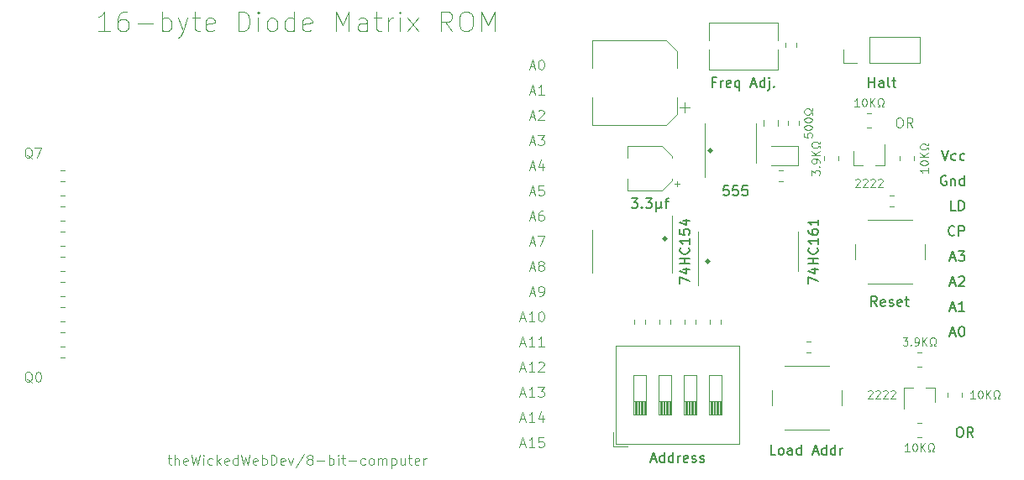
<source format=gbr>
%TF.GenerationSoftware,KiCad,Pcbnew,(5.1.10-1-10_14)*%
%TF.CreationDate,2021-11-01T23:58:36-04:00*%
%TF.ProjectId,DIODE-prototype-board,44494f44-452d-4707-926f-746f74797065,rev?*%
%TF.SameCoordinates,Original*%
%TF.FileFunction,Legend,Top*%
%TF.FilePolarity,Positive*%
%FSLAX46Y46*%
G04 Gerber Fmt 4.6, Leading zero omitted, Abs format (unit mm)*
G04 Created by KiCad (PCBNEW (5.1.10-1-10_14)) date 2021-11-01 23:58:36*
%MOMM*%
%LPD*%
G01*
G04 APERTURE LIST*
%ADD10C,0.150000*%
%ADD11C,0.300000*%
%ADD12C,0.100000*%
%ADD13C,0.120000*%
G04 APERTURE END LIST*
D10*
X159319452Y-158408666D02*
X159795642Y-158408666D01*
X159224214Y-158694380D02*
X159557547Y-157694380D01*
X159890880Y-158694380D01*
X160414690Y-157694380D02*
X160509928Y-157694380D01*
X160605166Y-157742000D01*
X160652785Y-157789619D01*
X160700404Y-157884857D01*
X160748023Y-158075333D01*
X160748023Y-158313428D01*
X160700404Y-158503904D01*
X160652785Y-158599142D01*
X160605166Y-158646761D01*
X160509928Y-158694380D01*
X160414690Y-158694380D01*
X160319452Y-158646761D01*
X160271833Y-158599142D01*
X160224214Y-158503904D01*
X160176595Y-158313428D01*
X160176595Y-158075333D01*
X160224214Y-157884857D01*
X160271833Y-157789619D01*
X160319452Y-157742000D01*
X160414690Y-157694380D01*
X159319452Y-155868666D02*
X159795642Y-155868666D01*
X159224214Y-156154380D02*
X159557547Y-155154380D01*
X159890880Y-156154380D01*
X160748023Y-156154380D02*
X160176595Y-156154380D01*
X160462309Y-156154380D02*
X160462309Y-155154380D01*
X160367071Y-155297238D01*
X160271833Y-155392476D01*
X160176595Y-155440095D01*
X159319452Y-153328666D02*
X159795642Y-153328666D01*
X159224214Y-153614380D02*
X159557547Y-152614380D01*
X159890880Y-153614380D01*
X160176595Y-152709619D02*
X160224214Y-152662000D01*
X160319452Y-152614380D01*
X160557547Y-152614380D01*
X160652785Y-152662000D01*
X160700404Y-152709619D01*
X160748023Y-152804857D01*
X160748023Y-152900095D01*
X160700404Y-153042952D01*
X160128976Y-153614380D01*
X160748023Y-153614380D01*
X159319452Y-150788666D02*
X159795642Y-150788666D01*
X159224214Y-151074380D02*
X159557547Y-150074380D01*
X159890880Y-151074380D01*
X160128976Y-150074380D02*
X160748023Y-150074380D01*
X160414690Y-150455333D01*
X160557547Y-150455333D01*
X160652785Y-150502952D01*
X160700404Y-150550571D01*
X160748023Y-150645809D01*
X160748023Y-150883904D01*
X160700404Y-150979142D01*
X160652785Y-151026761D01*
X160557547Y-151074380D01*
X160271833Y-151074380D01*
X160176595Y-151026761D01*
X160128976Y-150979142D01*
X159748023Y-148439142D02*
X159700404Y-148486761D01*
X159557547Y-148534380D01*
X159462309Y-148534380D01*
X159319452Y-148486761D01*
X159224214Y-148391523D01*
X159176595Y-148296285D01*
X159128976Y-148105809D01*
X159128976Y-147962952D01*
X159176595Y-147772476D01*
X159224214Y-147677238D01*
X159319452Y-147582000D01*
X159462309Y-147534380D01*
X159557547Y-147534380D01*
X159700404Y-147582000D01*
X159748023Y-147629619D01*
X160176595Y-148534380D02*
X160176595Y-147534380D01*
X160557547Y-147534380D01*
X160652785Y-147582000D01*
X160700404Y-147629619D01*
X160748023Y-147724857D01*
X160748023Y-147867714D01*
X160700404Y-147962952D01*
X160652785Y-148010571D01*
X160557547Y-148058190D01*
X160176595Y-148058190D01*
X159843261Y-145994380D02*
X159367071Y-145994380D01*
X159367071Y-144994380D01*
X160176595Y-145994380D02*
X160176595Y-144994380D01*
X160414690Y-144994380D01*
X160557547Y-145042000D01*
X160652785Y-145137238D01*
X160700404Y-145232476D01*
X160748023Y-145422952D01*
X160748023Y-145565809D01*
X160700404Y-145756285D01*
X160652785Y-145851523D01*
X160557547Y-145946761D01*
X160414690Y-145994380D01*
X160176595Y-145994380D01*
X158890880Y-142502000D02*
X158795642Y-142454380D01*
X158652785Y-142454380D01*
X158509928Y-142502000D01*
X158414690Y-142597238D01*
X158367071Y-142692476D01*
X158319452Y-142882952D01*
X158319452Y-143025809D01*
X158367071Y-143216285D01*
X158414690Y-143311523D01*
X158509928Y-143406761D01*
X158652785Y-143454380D01*
X158748023Y-143454380D01*
X158890880Y-143406761D01*
X158938500Y-143359142D01*
X158938500Y-143025809D01*
X158748023Y-143025809D01*
X159367071Y-142787714D02*
X159367071Y-143454380D01*
X159367071Y-142882952D02*
X159414690Y-142835333D01*
X159509928Y-142787714D01*
X159652785Y-142787714D01*
X159748023Y-142835333D01*
X159795642Y-142930571D01*
X159795642Y-143454380D01*
X160700404Y-143454380D02*
X160700404Y-142454380D01*
X160700404Y-143406761D02*
X160605166Y-143454380D01*
X160414690Y-143454380D01*
X160319452Y-143406761D01*
X160271833Y-143359142D01*
X160224214Y-143263904D01*
X160224214Y-142978190D01*
X160271833Y-142882952D01*
X160319452Y-142835333D01*
X160414690Y-142787714D01*
X160605166Y-142787714D01*
X160700404Y-142835333D01*
X158462309Y-139914380D02*
X158795642Y-140914380D01*
X159128976Y-139914380D01*
X159890880Y-140866761D02*
X159795642Y-140914380D01*
X159605166Y-140914380D01*
X159509928Y-140866761D01*
X159462309Y-140819142D01*
X159414690Y-140723904D01*
X159414690Y-140438190D01*
X159462309Y-140342952D01*
X159509928Y-140295333D01*
X159605166Y-140247714D01*
X159795642Y-140247714D01*
X159890880Y-140295333D01*
X160748023Y-140866761D02*
X160652785Y-140914380D01*
X160462309Y-140914380D01*
X160367071Y-140866761D01*
X160319452Y-140819142D01*
X160271833Y-140723904D01*
X160271833Y-140438190D01*
X160319452Y-140342952D01*
X160367071Y-140295333D01*
X160462309Y-140247714D01*
X160652785Y-140247714D01*
X160748023Y-140295333D01*
D11*
X135228000Y-139954000D02*
G75*
G03*
X135228000Y-139954000I-100000J0D01*
G01*
X134974000Y-151130000D02*
G75*
G03*
X134974000Y-151130000I-100000J0D01*
G01*
X130656000Y-148844000D02*
G75*
G03*
X130656000Y-148844000I-100000J0D01*
G01*
D12*
X80424380Y-170981714D02*
X80805333Y-170981714D01*
X80567238Y-170648380D02*
X80567238Y-171505523D01*
X80614857Y-171600761D01*
X80710095Y-171648380D01*
X80805333Y-171648380D01*
X81138666Y-171648380D02*
X81138666Y-170648380D01*
X81567238Y-171648380D02*
X81567238Y-171124571D01*
X81519619Y-171029333D01*
X81424380Y-170981714D01*
X81281523Y-170981714D01*
X81186285Y-171029333D01*
X81138666Y-171076952D01*
X82424380Y-171600761D02*
X82329142Y-171648380D01*
X82138666Y-171648380D01*
X82043428Y-171600761D01*
X81995809Y-171505523D01*
X81995809Y-171124571D01*
X82043428Y-171029333D01*
X82138666Y-170981714D01*
X82329142Y-170981714D01*
X82424380Y-171029333D01*
X82472000Y-171124571D01*
X82472000Y-171219809D01*
X81995809Y-171315047D01*
X82805333Y-170648380D02*
X83043428Y-171648380D01*
X83233904Y-170934095D01*
X83424380Y-171648380D01*
X83662476Y-170648380D01*
X84043428Y-171648380D02*
X84043428Y-170981714D01*
X84043428Y-170648380D02*
X83995809Y-170696000D01*
X84043428Y-170743619D01*
X84091047Y-170696000D01*
X84043428Y-170648380D01*
X84043428Y-170743619D01*
X84948190Y-171600761D02*
X84852952Y-171648380D01*
X84662476Y-171648380D01*
X84567238Y-171600761D01*
X84519619Y-171553142D01*
X84472000Y-171457904D01*
X84472000Y-171172190D01*
X84519619Y-171076952D01*
X84567238Y-171029333D01*
X84662476Y-170981714D01*
X84852952Y-170981714D01*
X84948190Y-171029333D01*
X85376761Y-171648380D02*
X85376761Y-170648380D01*
X85472000Y-171267428D02*
X85757714Y-171648380D01*
X85757714Y-170981714D02*
X85376761Y-171362666D01*
X86567238Y-171600761D02*
X86472000Y-171648380D01*
X86281523Y-171648380D01*
X86186285Y-171600761D01*
X86138666Y-171505523D01*
X86138666Y-171124571D01*
X86186285Y-171029333D01*
X86281523Y-170981714D01*
X86472000Y-170981714D01*
X86567238Y-171029333D01*
X86614857Y-171124571D01*
X86614857Y-171219809D01*
X86138666Y-171315047D01*
X87472000Y-171648380D02*
X87472000Y-170648380D01*
X87472000Y-171600761D02*
X87376761Y-171648380D01*
X87186285Y-171648380D01*
X87091047Y-171600761D01*
X87043428Y-171553142D01*
X86995809Y-171457904D01*
X86995809Y-171172190D01*
X87043428Y-171076952D01*
X87091047Y-171029333D01*
X87186285Y-170981714D01*
X87376761Y-170981714D01*
X87472000Y-171029333D01*
X87852952Y-170648380D02*
X88091047Y-171648380D01*
X88281523Y-170934095D01*
X88472000Y-171648380D01*
X88710095Y-170648380D01*
X89472000Y-171600761D02*
X89376761Y-171648380D01*
X89186285Y-171648380D01*
X89091047Y-171600761D01*
X89043428Y-171505523D01*
X89043428Y-171124571D01*
X89091047Y-171029333D01*
X89186285Y-170981714D01*
X89376761Y-170981714D01*
X89472000Y-171029333D01*
X89519619Y-171124571D01*
X89519619Y-171219809D01*
X89043428Y-171315047D01*
X89948190Y-171648380D02*
X89948190Y-170648380D01*
X89948190Y-171029333D02*
X90043428Y-170981714D01*
X90233904Y-170981714D01*
X90329142Y-171029333D01*
X90376761Y-171076952D01*
X90424380Y-171172190D01*
X90424380Y-171457904D01*
X90376761Y-171553142D01*
X90329142Y-171600761D01*
X90233904Y-171648380D01*
X90043428Y-171648380D01*
X89948190Y-171600761D01*
X90852952Y-171648380D02*
X90852952Y-170648380D01*
X91091047Y-170648380D01*
X91233904Y-170696000D01*
X91329142Y-170791238D01*
X91376761Y-170886476D01*
X91424380Y-171076952D01*
X91424380Y-171219809D01*
X91376761Y-171410285D01*
X91329142Y-171505523D01*
X91233904Y-171600761D01*
X91091047Y-171648380D01*
X90852952Y-171648380D01*
X92233904Y-171600761D02*
X92138666Y-171648380D01*
X91948190Y-171648380D01*
X91852952Y-171600761D01*
X91805333Y-171505523D01*
X91805333Y-171124571D01*
X91852952Y-171029333D01*
X91948190Y-170981714D01*
X92138666Y-170981714D01*
X92233904Y-171029333D01*
X92281523Y-171124571D01*
X92281523Y-171219809D01*
X91805333Y-171315047D01*
X92614857Y-170981714D02*
X92852952Y-171648380D01*
X93091047Y-170981714D01*
X94186285Y-170600761D02*
X93329142Y-171886476D01*
X94662476Y-171076952D02*
X94567238Y-171029333D01*
X94519619Y-170981714D01*
X94471999Y-170886476D01*
X94471999Y-170838857D01*
X94519619Y-170743619D01*
X94567238Y-170696000D01*
X94662476Y-170648380D01*
X94852952Y-170648380D01*
X94948190Y-170696000D01*
X94995809Y-170743619D01*
X95043428Y-170838857D01*
X95043428Y-170886476D01*
X94995809Y-170981714D01*
X94948190Y-171029333D01*
X94852952Y-171076952D01*
X94662476Y-171076952D01*
X94567238Y-171124571D01*
X94519619Y-171172190D01*
X94471999Y-171267428D01*
X94471999Y-171457904D01*
X94519619Y-171553142D01*
X94567238Y-171600761D01*
X94662476Y-171648380D01*
X94852952Y-171648380D01*
X94948190Y-171600761D01*
X94995809Y-171553142D01*
X95043428Y-171457904D01*
X95043428Y-171267428D01*
X94995809Y-171172190D01*
X94948190Y-171124571D01*
X94852952Y-171076952D01*
X95471999Y-171267428D02*
X96233904Y-171267428D01*
X96710095Y-171648380D02*
X96710095Y-170648380D01*
X96710095Y-171029333D02*
X96805333Y-170981714D01*
X96995809Y-170981714D01*
X97091047Y-171029333D01*
X97138666Y-171076952D01*
X97186285Y-171172190D01*
X97186285Y-171457904D01*
X97138666Y-171553142D01*
X97091047Y-171600761D01*
X96995809Y-171648380D01*
X96805333Y-171648380D01*
X96710095Y-171600761D01*
X97614857Y-171648380D02*
X97614857Y-170981714D01*
X97614857Y-170648380D02*
X97567238Y-170696000D01*
X97614857Y-170743619D01*
X97662476Y-170696000D01*
X97614857Y-170648380D01*
X97614857Y-170743619D01*
X97948190Y-170981714D02*
X98329142Y-170981714D01*
X98091047Y-170648380D02*
X98091047Y-171505523D01*
X98138666Y-171600761D01*
X98233904Y-171648380D01*
X98329142Y-171648380D01*
X98662476Y-171267428D02*
X99424380Y-171267428D01*
X100329142Y-171600761D02*
X100233904Y-171648380D01*
X100043428Y-171648380D01*
X99948190Y-171600761D01*
X99900571Y-171553142D01*
X99852952Y-171457904D01*
X99852952Y-171172190D01*
X99900571Y-171076952D01*
X99948190Y-171029333D01*
X100043428Y-170981714D01*
X100233904Y-170981714D01*
X100329142Y-171029333D01*
X100900571Y-171648380D02*
X100805333Y-171600761D01*
X100757714Y-171553142D01*
X100710095Y-171457904D01*
X100710095Y-171172190D01*
X100757714Y-171076952D01*
X100805333Y-171029333D01*
X100900571Y-170981714D01*
X101043428Y-170981714D01*
X101138666Y-171029333D01*
X101186285Y-171076952D01*
X101233904Y-171172190D01*
X101233904Y-171457904D01*
X101186285Y-171553142D01*
X101138666Y-171600761D01*
X101043428Y-171648380D01*
X100900571Y-171648380D01*
X101662476Y-171648380D02*
X101662476Y-170981714D01*
X101662476Y-171076952D02*
X101710095Y-171029333D01*
X101805333Y-170981714D01*
X101948190Y-170981714D01*
X102043428Y-171029333D01*
X102091047Y-171124571D01*
X102091047Y-171648380D01*
X102091047Y-171124571D02*
X102138666Y-171029333D01*
X102233904Y-170981714D01*
X102376761Y-170981714D01*
X102471999Y-171029333D01*
X102519619Y-171124571D01*
X102519619Y-171648380D01*
X102995809Y-170981714D02*
X102995809Y-171981714D01*
X102995809Y-171029333D02*
X103091047Y-170981714D01*
X103281523Y-170981714D01*
X103376761Y-171029333D01*
X103424380Y-171076952D01*
X103471999Y-171172190D01*
X103471999Y-171457904D01*
X103424380Y-171553142D01*
X103376761Y-171600761D01*
X103281523Y-171648380D01*
X103091047Y-171648380D01*
X102995809Y-171600761D01*
X104329142Y-170981714D02*
X104329142Y-171648380D01*
X103900571Y-170981714D02*
X103900571Y-171505523D01*
X103948190Y-171600761D01*
X104043428Y-171648380D01*
X104186285Y-171648380D01*
X104281523Y-171600761D01*
X104329142Y-171553142D01*
X104662476Y-170981714D02*
X105043428Y-170981714D01*
X104805333Y-170648380D02*
X104805333Y-171505523D01*
X104852952Y-171600761D01*
X104948190Y-171648380D01*
X105043428Y-171648380D01*
X105757714Y-171600761D02*
X105662476Y-171648380D01*
X105471999Y-171648380D01*
X105376761Y-171600761D01*
X105329142Y-171505523D01*
X105329142Y-171124571D01*
X105376761Y-171029333D01*
X105471999Y-170981714D01*
X105662476Y-170981714D01*
X105757714Y-171029333D01*
X105805333Y-171124571D01*
X105805333Y-171219809D01*
X105329142Y-171315047D01*
X106233904Y-171648380D02*
X106233904Y-170981714D01*
X106233904Y-171172190D02*
X106281523Y-171076952D01*
X106329142Y-171029333D01*
X106424380Y-170981714D01*
X106519619Y-170981714D01*
X74614857Y-127904761D02*
X73472000Y-127904761D01*
X74043428Y-127904761D02*
X74043428Y-125904761D01*
X73852952Y-126190476D01*
X73662476Y-126380952D01*
X73472000Y-126476190D01*
X76329142Y-125904761D02*
X75948190Y-125904761D01*
X75757714Y-126000000D01*
X75662476Y-126095238D01*
X75472000Y-126380952D01*
X75376761Y-126761904D01*
X75376761Y-127523809D01*
X75472000Y-127714285D01*
X75567238Y-127809523D01*
X75757714Y-127904761D01*
X76138666Y-127904761D01*
X76329142Y-127809523D01*
X76424380Y-127714285D01*
X76519619Y-127523809D01*
X76519619Y-127047619D01*
X76424380Y-126857142D01*
X76329142Y-126761904D01*
X76138666Y-126666666D01*
X75757714Y-126666666D01*
X75567238Y-126761904D01*
X75472000Y-126857142D01*
X75376761Y-127047619D01*
X77376761Y-127142857D02*
X78900571Y-127142857D01*
X79852952Y-127904761D02*
X79852952Y-125904761D01*
X79852952Y-126666666D02*
X80043428Y-126571428D01*
X80424380Y-126571428D01*
X80614857Y-126666666D01*
X80710095Y-126761904D01*
X80805333Y-126952380D01*
X80805333Y-127523809D01*
X80710095Y-127714285D01*
X80614857Y-127809523D01*
X80424380Y-127904761D01*
X80043428Y-127904761D01*
X79852952Y-127809523D01*
X81472000Y-126571428D02*
X81948190Y-127904761D01*
X82424380Y-126571428D02*
X81948190Y-127904761D01*
X81757714Y-128380952D01*
X81662476Y-128476190D01*
X81472000Y-128571428D01*
X82900571Y-126571428D02*
X83662476Y-126571428D01*
X83186285Y-125904761D02*
X83186285Y-127619047D01*
X83281523Y-127809523D01*
X83472000Y-127904761D01*
X83662476Y-127904761D01*
X85091047Y-127809523D02*
X84900571Y-127904761D01*
X84519619Y-127904761D01*
X84329142Y-127809523D01*
X84233904Y-127619047D01*
X84233904Y-126857142D01*
X84329142Y-126666666D01*
X84519619Y-126571428D01*
X84900571Y-126571428D01*
X85091047Y-126666666D01*
X85186285Y-126857142D01*
X85186285Y-127047619D01*
X84233904Y-127238095D01*
X87567238Y-127904761D02*
X87567238Y-125904761D01*
X88043428Y-125904761D01*
X88329142Y-126000000D01*
X88519619Y-126190476D01*
X88614857Y-126380952D01*
X88710095Y-126761904D01*
X88710095Y-127047619D01*
X88614857Y-127428571D01*
X88519619Y-127619047D01*
X88329142Y-127809523D01*
X88043428Y-127904761D01*
X87567238Y-127904761D01*
X89567238Y-127904761D02*
X89567238Y-126571428D01*
X89567238Y-125904761D02*
X89472000Y-126000000D01*
X89567238Y-126095238D01*
X89662476Y-126000000D01*
X89567238Y-125904761D01*
X89567238Y-126095238D01*
X90805333Y-127904761D02*
X90614857Y-127809523D01*
X90519619Y-127714285D01*
X90424380Y-127523809D01*
X90424380Y-126952380D01*
X90519619Y-126761904D01*
X90614857Y-126666666D01*
X90805333Y-126571428D01*
X91091047Y-126571428D01*
X91281523Y-126666666D01*
X91376761Y-126761904D01*
X91472000Y-126952380D01*
X91472000Y-127523809D01*
X91376761Y-127714285D01*
X91281523Y-127809523D01*
X91091047Y-127904761D01*
X90805333Y-127904761D01*
X93186285Y-127904761D02*
X93186285Y-125904761D01*
X93186285Y-127809523D02*
X92995809Y-127904761D01*
X92614857Y-127904761D01*
X92424380Y-127809523D01*
X92329142Y-127714285D01*
X92233904Y-127523809D01*
X92233904Y-126952380D01*
X92329142Y-126761904D01*
X92424380Y-126666666D01*
X92614857Y-126571428D01*
X92995809Y-126571428D01*
X93186285Y-126666666D01*
X94900571Y-127809523D02*
X94710095Y-127904761D01*
X94329142Y-127904761D01*
X94138666Y-127809523D01*
X94043428Y-127619047D01*
X94043428Y-126857142D01*
X94138666Y-126666666D01*
X94329142Y-126571428D01*
X94710095Y-126571428D01*
X94900571Y-126666666D01*
X94995809Y-126857142D01*
X94995809Y-127047619D01*
X94043428Y-127238095D01*
X97376761Y-127904761D02*
X97376761Y-125904761D01*
X98043428Y-127333333D01*
X98710095Y-125904761D01*
X98710095Y-127904761D01*
X100519619Y-127904761D02*
X100519619Y-126857142D01*
X100424380Y-126666666D01*
X100233904Y-126571428D01*
X99852952Y-126571428D01*
X99662476Y-126666666D01*
X100519619Y-127809523D02*
X100329142Y-127904761D01*
X99852952Y-127904761D01*
X99662476Y-127809523D01*
X99567238Y-127619047D01*
X99567238Y-127428571D01*
X99662476Y-127238095D01*
X99852952Y-127142857D01*
X100329142Y-127142857D01*
X100519619Y-127047619D01*
X101186285Y-126571428D02*
X101948190Y-126571428D01*
X101471999Y-125904761D02*
X101471999Y-127619047D01*
X101567238Y-127809523D01*
X101757714Y-127904761D01*
X101948190Y-127904761D01*
X102614857Y-127904761D02*
X102614857Y-126571428D01*
X102614857Y-126952380D02*
X102710095Y-126761904D01*
X102805333Y-126666666D01*
X102995809Y-126571428D01*
X103186285Y-126571428D01*
X103852952Y-127904761D02*
X103852952Y-126571428D01*
X103852952Y-125904761D02*
X103757714Y-126000000D01*
X103852952Y-126095238D01*
X103948190Y-126000000D01*
X103852952Y-125904761D01*
X103852952Y-126095238D01*
X104614857Y-127904761D02*
X105662476Y-126571428D01*
X104614857Y-126571428D02*
X105662476Y-127904761D01*
X109091047Y-127904761D02*
X108424380Y-126952380D01*
X107948190Y-127904761D02*
X107948190Y-125904761D01*
X108710095Y-125904761D01*
X108900571Y-126000000D01*
X108995809Y-126095238D01*
X109091047Y-126285714D01*
X109091047Y-126571428D01*
X108995809Y-126761904D01*
X108900571Y-126857142D01*
X108710095Y-126952380D01*
X107948190Y-126952380D01*
X110329142Y-125904761D02*
X110710095Y-125904761D01*
X110900571Y-126000000D01*
X111091047Y-126190476D01*
X111186285Y-126571428D01*
X111186285Y-127238095D01*
X111091047Y-127619047D01*
X110900571Y-127809523D01*
X110710095Y-127904761D01*
X110329142Y-127904761D01*
X110138666Y-127809523D01*
X109948190Y-127619047D01*
X109852952Y-127238095D01*
X109852952Y-126571428D01*
X109948190Y-126190476D01*
X110138666Y-126000000D01*
X110329142Y-125904761D01*
X112043428Y-127904761D02*
X112043428Y-125904761D01*
X112710095Y-127333333D01*
X113376761Y-125904761D01*
X113376761Y-127904761D01*
X66755761Y-163361619D02*
X66660523Y-163314000D01*
X66565285Y-163218761D01*
X66422428Y-163075904D01*
X66327190Y-163028285D01*
X66231952Y-163028285D01*
X66279571Y-163266380D02*
X66184333Y-163218761D01*
X66089095Y-163123523D01*
X66041476Y-162933047D01*
X66041476Y-162599714D01*
X66089095Y-162409238D01*
X66184333Y-162314000D01*
X66279571Y-162266380D01*
X66470047Y-162266380D01*
X66565285Y-162314000D01*
X66660523Y-162409238D01*
X66708142Y-162599714D01*
X66708142Y-162933047D01*
X66660523Y-163123523D01*
X66565285Y-163218761D01*
X66470047Y-163266380D01*
X66279571Y-163266380D01*
X67327190Y-162266380D02*
X67422428Y-162266380D01*
X67517666Y-162314000D01*
X67565285Y-162361619D01*
X67612904Y-162456857D01*
X67660523Y-162647333D01*
X67660523Y-162885428D01*
X67612904Y-163075904D01*
X67565285Y-163171142D01*
X67517666Y-163218761D01*
X67422428Y-163266380D01*
X67327190Y-163266380D01*
X67231952Y-163218761D01*
X67184333Y-163171142D01*
X67136714Y-163075904D01*
X67089095Y-162885428D01*
X67089095Y-162647333D01*
X67136714Y-162456857D01*
X67184333Y-162361619D01*
X67231952Y-162314000D01*
X67327190Y-162266380D01*
X66755761Y-140755619D02*
X66660523Y-140708000D01*
X66565285Y-140612761D01*
X66422428Y-140469904D01*
X66327190Y-140422285D01*
X66231952Y-140422285D01*
X66279571Y-140660380D02*
X66184333Y-140612761D01*
X66089095Y-140517523D01*
X66041476Y-140327047D01*
X66041476Y-139993714D01*
X66089095Y-139803238D01*
X66184333Y-139708000D01*
X66279571Y-139660380D01*
X66470047Y-139660380D01*
X66565285Y-139708000D01*
X66660523Y-139803238D01*
X66708142Y-139993714D01*
X66708142Y-140327047D01*
X66660523Y-140517523D01*
X66565285Y-140612761D01*
X66470047Y-140660380D01*
X66279571Y-140660380D01*
X67041476Y-139660380D02*
X67708142Y-139660380D01*
X67279571Y-140660380D01*
X115981571Y-169584666D02*
X116457761Y-169584666D01*
X115886333Y-169870380D02*
X116219666Y-168870380D01*
X116553000Y-169870380D01*
X117410142Y-169870380D02*
X116838714Y-169870380D01*
X117124428Y-169870380D02*
X117124428Y-168870380D01*
X117029190Y-169013238D01*
X116933952Y-169108476D01*
X116838714Y-169156095D01*
X118314904Y-168870380D02*
X117838714Y-168870380D01*
X117791095Y-169346571D01*
X117838714Y-169298952D01*
X117933952Y-169251333D01*
X118172047Y-169251333D01*
X118267285Y-169298952D01*
X118314904Y-169346571D01*
X118362523Y-169441809D01*
X118362523Y-169679904D01*
X118314904Y-169775142D01*
X118267285Y-169822761D01*
X118172047Y-169870380D01*
X117933952Y-169870380D01*
X117838714Y-169822761D01*
X117791095Y-169775142D01*
X115981571Y-167044666D02*
X116457761Y-167044666D01*
X115886333Y-167330380D02*
X116219666Y-166330380D01*
X116553000Y-167330380D01*
X117410142Y-167330380D02*
X116838714Y-167330380D01*
X117124428Y-167330380D02*
X117124428Y-166330380D01*
X117029190Y-166473238D01*
X116933952Y-166568476D01*
X116838714Y-166616095D01*
X118267285Y-166663714D02*
X118267285Y-167330380D01*
X118029190Y-166282761D02*
X117791095Y-166997047D01*
X118410142Y-166997047D01*
X115981571Y-164504666D02*
X116457761Y-164504666D01*
X115886333Y-164790380D02*
X116219666Y-163790380D01*
X116553000Y-164790380D01*
X117410142Y-164790380D02*
X116838714Y-164790380D01*
X117124428Y-164790380D02*
X117124428Y-163790380D01*
X117029190Y-163933238D01*
X116933952Y-164028476D01*
X116838714Y-164076095D01*
X117743476Y-163790380D02*
X118362523Y-163790380D01*
X118029190Y-164171333D01*
X118172047Y-164171333D01*
X118267285Y-164218952D01*
X118314904Y-164266571D01*
X118362523Y-164361809D01*
X118362523Y-164599904D01*
X118314904Y-164695142D01*
X118267285Y-164742761D01*
X118172047Y-164790380D01*
X117886333Y-164790380D01*
X117791095Y-164742761D01*
X117743476Y-164695142D01*
X115981571Y-161964666D02*
X116457761Y-161964666D01*
X115886333Y-162250380D02*
X116219666Y-161250380D01*
X116553000Y-162250380D01*
X117410142Y-162250380D02*
X116838714Y-162250380D01*
X117124428Y-162250380D02*
X117124428Y-161250380D01*
X117029190Y-161393238D01*
X116933952Y-161488476D01*
X116838714Y-161536095D01*
X117791095Y-161345619D02*
X117838714Y-161298000D01*
X117933952Y-161250380D01*
X118172047Y-161250380D01*
X118267285Y-161298000D01*
X118314904Y-161345619D01*
X118362523Y-161440857D01*
X118362523Y-161536095D01*
X118314904Y-161678952D01*
X117743476Y-162250380D01*
X118362523Y-162250380D01*
X115981571Y-159424666D02*
X116457761Y-159424666D01*
X115886333Y-159710380D02*
X116219666Y-158710380D01*
X116553000Y-159710380D01*
X117410142Y-159710380D02*
X116838714Y-159710380D01*
X117124428Y-159710380D02*
X117124428Y-158710380D01*
X117029190Y-158853238D01*
X116933952Y-158948476D01*
X116838714Y-158996095D01*
X118362523Y-159710380D02*
X117791095Y-159710380D01*
X118076809Y-159710380D02*
X118076809Y-158710380D01*
X117981571Y-158853238D01*
X117886333Y-158948476D01*
X117791095Y-158996095D01*
X115981571Y-156884666D02*
X116457761Y-156884666D01*
X115886333Y-157170380D02*
X116219666Y-156170380D01*
X116553000Y-157170380D01*
X117410142Y-157170380D02*
X116838714Y-157170380D01*
X117124428Y-157170380D02*
X117124428Y-156170380D01*
X117029190Y-156313238D01*
X116933952Y-156408476D01*
X116838714Y-156456095D01*
X118029190Y-156170380D02*
X118124428Y-156170380D01*
X118219666Y-156218000D01*
X118267285Y-156265619D01*
X118314904Y-156360857D01*
X118362523Y-156551333D01*
X118362523Y-156789428D01*
X118314904Y-156979904D01*
X118267285Y-157075142D01*
X118219666Y-157122761D01*
X118124428Y-157170380D01*
X118029190Y-157170380D01*
X117933952Y-157122761D01*
X117886333Y-157075142D01*
X117838714Y-156979904D01*
X117791095Y-156789428D01*
X117791095Y-156551333D01*
X117838714Y-156360857D01*
X117886333Y-156265619D01*
X117933952Y-156218000D01*
X118029190Y-156170380D01*
X116933952Y-154344666D02*
X117410142Y-154344666D01*
X116838714Y-154630380D02*
X117172047Y-153630380D01*
X117505380Y-154630380D01*
X117886333Y-154630380D02*
X118076809Y-154630380D01*
X118172047Y-154582761D01*
X118219666Y-154535142D01*
X118314904Y-154392285D01*
X118362523Y-154201809D01*
X118362523Y-153820857D01*
X118314904Y-153725619D01*
X118267285Y-153678000D01*
X118172047Y-153630380D01*
X117981571Y-153630380D01*
X117886333Y-153678000D01*
X117838714Y-153725619D01*
X117791095Y-153820857D01*
X117791095Y-154058952D01*
X117838714Y-154154190D01*
X117886333Y-154201809D01*
X117981571Y-154249428D01*
X118172047Y-154249428D01*
X118267285Y-154201809D01*
X118314904Y-154154190D01*
X118362523Y-154058952D01*
X116933952Y-151804666D02*
X117410142Y-151804666D01*
X116838714Y-152090380D02*
X117172047Y-151090380D01*
X117505380Y-152090380D01*
X117981571Y-151518952D02*
X117886333Y-151471333D01*
X117838714Y-151423714D01*
X117791095Y-151328476D01*
X117791095Y-151280857D01*
X117838714Y-151185619D01*
X117886333Y-151138000D01*
X117981571Y-151090380D01*
X118172047Y-151090380D01*
X118267285Y-151138000D01*
X118314904Y-151185619D01*
X118362523Y-151280857D01*
X118362523Y-151328476D01*
X118314904Y-151423714D01*
X118267285Y-151471333D01*
X118172047Y-151518952D01*
X117981571Y-151518952D01*
X117886333Y-151566571D01*
X117838714Y-151614190D01*
X117791095Y-151709428D01*
X117791095Y-151899904D01*
X117838714Y-151995142D01*
X117886333Y-152042761D01*
X117981571Y-152090380D01*
X118172047Y-152090380D01*
X118267285Y-152042761D01*
X118314904Y-151995142D01*
X118362523Y-151899904D01*
X118362523Y-151709428D01*
X118314904Y-151614190D01*
X118267285Y-151566571D01*
X118172047Y-151518952D01*
X116933952Y-149264666D02*
X117410142Y-149264666D01*
X116838714Y-149550380D02*
X117172047Y-148550380D01*
X117505380Y-149550380D01*
X117743476Y-148550380D02*
X118410142Y-148550380D01*
X117981571Y-149550380D01*
X116933952Y-146724666D02*
X117410142Y-146724666D01*
X116838714Y-147010380D02*
X117172047Y-146010380D01*
X117505380Y-147010380D01*
X118267285Y-146010380D02*
X118076809Y-146010380D01*
X117981571Y-146058000D01*
X117933952Y-146105619D01*
X117838714Y-146248476D01*
X117791095Y-146438952D01*
X117791095Y-146819904D01*
X117838714Y-146915142D01*
X117886333Y-146962761D01*
X117981571Y-147010380D01*
X118172047Y-147010380D01*
X118267285Y-146962761D01*
X118314904Y-146915142D01*
X118362523Y-146819904D01*
X118362523Y-146581809D01*
X118314904Y-146486571D01*
X118267285Y-146438952D01*
X118172047Y-146391333D01*
X117981571Y-146391333D01*
X117886333Y-146438952D01*
X117838714Y-146486571D01*
X117791095Y-146581809D01*
X116933952Y-144184666D02*
X117410142Y-144184666D01*
X116838714Y-144470380D02*
X117172047Y-143470380D01*
X117505380Y-144470380D01*
X118314904Y-143470380D02*
X117838714Y-143470380D01*
X117791095Y-143946571D01*
X117838714Y-143898952D01*
X117933952Y-143851333D01*
X118172047Y-143851333D01*
X118267285Y-143898952D01*
X118314904Y-143946571D01*
X118362523Y-144041809D01*
X118362523Y-144279904D01*
X118314904Y-144375142D01*
X118267285Y-144422761D01*
X118172047Y-144470380D01*
X117933952Y-144470380D01*
X117838714Y-144422761D01*
X117791095Y-144375142D01*
X116933952Y-141644666D02*
X117410142Y-141644666D01*
X116838714Y-141930380D02*
X117172047Y-140930380D01*
X117505380Y-141930380D01*
X118267285Y-141263714D02*
X118267285Y-141930380D01*
X118029190Y-140882761D02*
X117791095Y-141597047D01*
X118410142Y-141597047D01*
X116933952Y-139104666D02*
X117410142Y-139104666D01*
X116838714Y-139390380D02*
X117172047Y-138390380D01*
X117505380Y-139390380D01*
X117743476Y-138390380D02*
X118362523Y-138390380D01*
X118029190Y-138771333D01*
X118172047Y-138771333D01*
X118267285Y-138818952D01*
X118314904Y-138866571D01*
X118362523Y-138961809D01*
X118362523Y-139199904D01*
X118314904Y-139295142D01*
X118267285Y-139342761D01*
X118172047Y-139390380D01*
X117886333Y-139390380D01*
X117791095Y-139342761D01*
X117743476Y-139295142D01*
X116933952Y-136564666D02*
X117410142Y-136564666D01*
X116838714Y-136850380D02*
X117172047Y-135850380D01*
X117505380Y-136850380D01*
X117791095Y-135945619D02*
X117838714Y-135898000D01*
X117933952Y-135850380D01*
X118172047Y-135850380D01*
X118267285Y-135898000D01*
X118314904Y-135945619D01*
X118362523Y-136040857D01*
X118362523Y-136136095D01*
X118314904Y-136278952D01*
X117743476Y-136850380D01*
X118362523Y-136850380D01*
X116933952Y-134024666D02*
X117410142Y-134024666D01*
X116838714Y-134310380D02*
X117172047Y-133310380D01*
X117505380Y-134310380D01*
X118362523Y-134310380D02*
X117791095Y-134310380D01*
X118076809Y-134310380D02*
X118076809Y-133310380D01*
X117981571Y-133453238D01*
X117886333Y-133548476D01*
X117791095Y-133596095D01*
X116933952Y-131484666D02*
X117410142Y-131484666D01*
X116838714Y-131770380D02*
X117172047Y-130770380D01*
X117505380Y-131770380D01*
X118029190Y-130770380D02*
X118124428Y-130770380D01*
X118219666Y-130818000D01*
X118267285Y-130865619D01*
X118314904Y-130960857D01*
X118362523Y-131151333D01*
X118362523Y-131389428D01*
X118314904Y-131579904D01*
X118267285Y-131675142D01*
X118219666Y-131722761D01*
X118124428Y-131770380D01*
X118029190Y-131770380D01*
X117933952Y-131722761D01*
X117886333Y-131675142D01*
X117838714Y-131579904D01*
X117791095Y-131389428D01*
X117791095Y-131151333D01*
X117838714Y-130960857D01*
X117886333Y-130865619D01*
X117933952Y-130818000D01*
X118029190Y-130770380D01*
D13*
%TO.C,R23*%
X155982936Y-161771000D02*
X156437064Y-161771000D01*
X155982936Y-160301000D02*
X156437064Y-160301000D01*
%TO.C,R22*%
X155982936Y-168883000D02*
X156437064Y-168883000D01*
X155982936Y-167413000D02*
X156437064Y-167413000D01*
%TO.C,R21*%
X159031000Y-164364936D02*
X159031000Y-164819064D01*
X160501000Y-164364936D02*
X160501000Y-164819064D01*
%TO.C,R20*%
X146585000Y-140488936D02*
X146585000Y-140943064D01*
X148055000Y-140488936D02*
X148055000Y-140943064D01*
%TO.C,R19*%
X155675000Y-140943064D02*
X155675000Y-140488936D01*
X154205000Y-140943064D02*
X154205000Y-140488936D01*
%TO.C,R18*%
X150902936Y-137641000D02*
X151357064Y-137641000D01*
X150902936Y-136171000D02*
X151357064Y-136171000D01*
%TO.C,Q2*%
X157790000Y-163832000D02*
X157790000Y-165292000D01*
X154630000Y-163832000D02*
X154630000Y-165992000D01*
X154630000Y-163832000D02*
X155560000Y-163832000D01*
X157790000Y-163832000D02*
X156860000Y-163832000D01*
%TO.C,Q1*%
X149550000Y-141476000D02*
X149550000Y-140016000D01*
X152710000Y-141476000D02*
X152710000Y-139316000D01*
X152710000Y-141476000D02*
X151780000Y-141476000D01*
X149550000Y-141476000D02*
X150480000Y-141476000D01*
%TO.C,R17*%
X142002742Y-143016500D02*
X142477258Y-143016500D01*
X142002742Y-141971500D02*
X142477258Y-141971500D01*
%TO.C,D1*%
X143925000Y-139502000D02*
X141240000Y-139502000D01*
X143925000Y-141422000D02*
X143925000Y-139502000D01*
X141240000Y-141422000D02*
X143925000Y-141422000D01*
%TO.C,U4*%
X133878000Y-150114000D02*
X133878000Y-153564000D01*
X133878000Y-150114000D02*
X133878000Y-148164000D01*
X143998000Y-150114000D02*
X143998000Y-152064000D01*
X143998000Y-150114000D02*
X143998000Y-148164000D01*
%TO.C,C3*%
X132508000Y-136106000D02*
X132508000Y-135106000D01*
X133008000Y-135606000D02*
X132008000Y-135606000D01*
X131768000Y-129900437D02*
X130703563Y-128836000D01*
X131768000Y-136291563D02*
X130703563Y-137356000D01*
X131768000Y-136291563D02*
X131768000Y-134606000D01*
X131768000Y-129900437D02*
X131768000Y-131586000D01*
X130703563Y-128836000D02*
X123248000Y-128836000D01*
X130703563Y-137356000D02*
X123248000Y-137356000D01*
X123248000Y-137356000D02*
X123248000Y-134606000D01*
X123248000Y-128836000D02*
X123248000Y-131586000D01*
%TO.C,C1*%
X140489000Y-136898748D02*
X140489000Y-137421252D01*
X141959000Y-136898748D02*
X141959000Y-137421252D01*
%TO.C,C2*%
X131782000Y-143542000D02*
X131782000Y-143042000D01*
X132032000Y-143292000D02*
X131532000Y-143292000D01*
X131292000Y-140536437D02*
X130227563Y-139472000D01*
X131292000Y-142927563D02*
X130227563Y-143992000D01*
X131292000Y-142927563D02*
X131292000Y-142792000D01*
X131292000Y-140536437D02*
X131292000Y-140672000D01*
X130227563Y-139472000D02*
X126772000Y-139472000D01*
X130227563Y-143992000D02*
X126772000Y-143992000D01*
X126772000Y-143992000D02*
X126772000Y-142792000D01*
X126772000Y-139472000D02*
X126772000Y-140672000D01*
%TO.C,RV2*%
X141905000Y-129782000D02*
X141905000Y-131746000D01*
X141905000Y-127006000D02*
X141905000Y-128792000D01*
X134955000Y-129782000D02*
X134955000Y-131746000D01*
X134955000Y-127006000D02*
X134955000Y-128792000D01*
X134955000Y-131746000D02*
X141905000Y-131746000D01*
X134955000Y-127006000D02*
X141905000Y-127006000D01*
%TO.C,SW4*%
X141332000Y-164132000D02*
X141332000Y-165632000D01*
X142582000Y-168132000D02*
X147082000Y-168132000D01*
X148332000Y-165632000D02*
X148332000Y-164132000D01*
X147082000Y-161632000D02*
X142582000Y-161632000D01*
%TO.C,SW2*%
X156714000Y-150900000D02*
X156714000Y-149400000D01*
X155464000Y-146900000D02*
X150964000Y-146900000D01*
X149714000Y-149400000D02*
X149714000Y-150900000D01*
X150964000Y-153400000D02*
X155464000Y-153400000D01*
%TO.C,U3*%
X131289000Y-150114000D02*
X131289000Y-146514000D01*
X131289000Y-150114000D02*
X131289000Y-152314000D01*
X123219000Y-150114000D02*
X123219000Y-147914000D01*
X123219000Y-150114000D02*
X123219000Y-152314000D01*
%TO.C,U2*%
X134600000Y-139192000D02*
X134600000Y-142642000D01*
X134600000Y-139192000D02*
X134600000Y-137242000D01*
X139720000Y-139192000D02*
X139720000Y-141142000D01*
X139720000Y-139192000D02*
X139720000Y-137242000D01*
%TO.C,SW3*%
X135001000Y-165268667D02*
X136271000Y-165268667D01*
X136201000Y-166622000D02*
X136201000Y-165268667D01*
X136081000Y-166622000D02*
X136081000Y-165268667D01*
X135961000Y-166622000D02*
X135961000Y-165268667D01*
X135841000Y-166622000D02*
X135841000Y-165268667D01*
X135721000Y-166622000D02*
X135721000Y-165268667D01*
X135601000Y-166622000D02*
X135601000Y-165268667D01*
X135481000Y-166622000D02*
X135481000Y-165268667D01*
X135361000Y-166622000D02*
X135361000Y-165268667D01*
X135241000Y-166622000D02*
X135241000Y-165268667D01*
X135121000Y-166622000D02*
X135121000Y-165268667D01*
X135001000Y-162562000D02*
X135001000Y-166622000D01*
X136271000Y-162562000D02*
X135001000Y-162562000D01*
X136271000Y-166622000D02*
X136271000Y-162562000D01*
X135001000Y-166622000D02*
X136271000Y-166622000D01*
X132461000Y-165268667D02*
X133731000Y-165268667D01*
X133661000Y-166622000D02*
X133661000Y-165268667D01*
X133541000Y-166622000D02*
X133541000Y-165268667D01*
X133421000Y-166622000D02*
X133421000Y-165268667D01*
X133301000Y-166622000D02*
X133301000Y-165268667D01*
X133181000Y-166622000D02*
X133181000Y-165268667D01*
X133061000Y-166622000D02*
X133061000Y-165268667D01*
X132941000Y-166622000D02*
X132941000Y-165268667D01*
X132821000Y-166622000D02*
X132821000Y-165268667D01*
X132701000Y-166622000D02*
X132701000Y-165268667D01*
X132581000Y-166622000D02*
X132581000Y-165268667D01*
X132461000Y-162562000D02*
X132461000Y-166622000D01*
X133731000Y-162562000D02*
X132461000Y-162562000D01*
X133731000Y-166622000D02*
X133731000Y-162562000D01*
X132461000Y-166622000D02*
X133731000Y-166622000D01*
X129921000Y-165268667D02*
X131191000Y-165268667D01*
X131121000Y-166622000D02*
X131121000Y-165268667D01*
X131001000Y-166622000D02*
X131001000Y-165268667D01*
X130881000Y-166622000D02*
X130881000Y-165268667D01*
X130761000Y-166622000D02*
X130761000Y-165268667D01*
X130641000Y-166622000D02*
X130641000Y-165268667D01*
X130521000Y-166622000D02*
X130521000Y-165268667D01*
X130401000Y-166622000D02*
X130401000Y-165268667D01*
X130281000Y-166622000D02*
X130281000Y-165268667D01*
X130161000Y-166622000D02*
X130161000Y-165268667D01*
X130041000Y-166622000D02*
X130041000Y-165268667D01*
X129921000Y-162562000D02*
X129921000Y-166622000D01*
X131191000Y-162562000D02*
X129921000Y-162562000D01*
X131191000Y-166622000D02*
X131191000Y-162562000D01*
X129921000Y-166622000D02*
X131191000Y-166622000D01*
X127381000Y-165268667D02*
X128651000Y-165268667D01*
X128581000Y-166622000D02*
X128581000Y-165268667D01*
X128461000Y-166622000D02*
X128461000Y-165268667D01*
X128341000Y-166622000D02*
X128341000Y-165268667D01*
X128221000Y-166622000D02*
X128221000Y-165268667D01*
X128101000Y-166622000D02*
X128101000Y-165268667D01*
X127981000Y-166622000D02*
X127981000Y-165268667D01*
X127861000Y-166622000D02*
X127861000Y-165268667D01*
X127741000Y-166622000D02*
X127741000Y-165268667D01*
X127621000Y-166622000D02*
X127621000Y-165268667D01*
X127501000Y-166622000D02*
X127501000Y-165268667D01*
X127381000Y-162562000D02*
X127381000Y-166622000D01*
X128651000Y-162562000D02*
X127381000Y-162562000D01*
X128651000Y-166622000D02*
X128651000Y-162562000D01*
X127381000Y-166622000D02*
X128651000Y-166622000D01*
X125356000Y-169782000D02*
X126739000Y-169782000D01*
X125356000Y-169782000D02*
X125356000Y-168398000D01*
X125596000Y-159642000D02*
X138056000Y-159642000D01*
X125596000Y-169542000D02*
X138056000Y-169542000D01*
X138056000Y-169542000D02*
X138056000Y-159642000D01*
X125596000Y-169542000D02*
X125596000Y-159642000D01*
%TO.C,SW1*%
X148530000Y-131124000D02*
X148530000Y-129794000D01*
X149860000Y-131124000D02*
X148530000Y-131124000D01*
X151130000Y-131124000D02*
X151130000Y-128464000D01*
X151130000Y-128464000D02*
X156270000Y-128464000D01*
X151130000Y-131124000D02*
X156270000Y-131124000D01*
X156270000Y-131124000D02*
X156270000Y-128464000D01*
%TO.C,R16*%
X127493500Y-156988742D02*
X127493500Y-157463258D01*
X128538500Y-156988742D02*
X128538500Y-157463258D01*
%TO.C,R15*%
X130033500Y-156988742D02*
X130033500Y-157463258D01*
X131078500Y-156988742D02*
X131078500Y-157463258D01*
%TO.C,R14*%
X132573500Y-156988742D02*
X132573500Y-157463258D01*
X133618500Y-156988742D02*
X133618500Y-157463258D01*
%TO.C,R13*%
X135113500Y-156988742D02*
X135113500Y-157463258D01*
X136158500Y-156988742D02*
X136158500Y-157463258D01*
%TO.C,R12*%
X145271258Y-159243500D02*
X144796742Y-159243500D01*
X145271258Y-160288500D02*
X144796742Y-160288500D01*
%TO.C,R11*%
X153653258Y-144511500D02*
X153178742Y-144511500D01*
X153653258Y-145556500D02*
X153178742Y-145556500D01*
%TO.C,R10*%
X142987500Y-136922742D02*
X142987500Y-137397258D01*
X144032500Y-136922742D02*
X144032500Y-137397258D01*
%TO.C,R9*%
X69612742Y-143016500D02*
X70087258Y-143016500D01*
X69612742Y-141971500D02*
X70087258Y-141971500D01*
%TO.C,R8*%
X69612742Y-145556500D02*
X70087258Y-145556500D01*
X69612742Y-144511500D02*
X70087258Y-144511500D01*
%TO.C,R7*%
X69612742Y-148096500D02*
X70087258Y-148096500D01*
X69612742Y-147051500D02*
X70087258Y-147051500D01*
%TO.C,R6*%
X69612742Y-150636500D02*
X70087258Y-150636500D01*
X69612742Y-149591500D02*
X70087258Y-149591500D01*
%TO.C,R5*%
X142733500Y-129048742D02*
X142733500Y-129523258D01*
X143778500Y-129048742D02*
X143778500Y-129523258D01*
%TO.C,R4*%
X69612742Y-153176500D02*
X70087258Y-153176500D01*
X69612742Y-152131500D02*
X70087258Y-152131500D01*
%TO.C,R3*%
X69612742Y-155716500D02*
X70087258Y-155716500D01*
X69612742Y-154671500D02*
X70087258Y-154671500D01*
%TO.C,R2*%
X69612742Y-158256500D02*
X70087258Y-158256500D01*
X69612742Y-157211500D02*
X70087258Y-157211500D01*
%TO.C,R1*%
X69612742Y-160796500D02*
X70087258Y-160796500D01*
X69612742Y-159751500D02*
X70087258Y-159751500D01*
%TO.C,R23*%
D12*
X154514761Y-158819904D02*
X155010000Y-158819904D01*
X154743333Y-159124666D01*
X154857619Y-159124666D01*
X154933809Y-159162761D01*
X154971904Y-159200857D01*
X155010000Y-159277047D01*
X155010000Y-159467523D01*
X154971904Y-159543714D01*
X154933809Y-159581809D01*
X154857619Y-159619904D01*
X154629047Y-159619904D01*
X154552857Y-159581809D01*
X154514761Y-159543714D01*
X155352857Y-159543714D02*
X155390952Y-159581809D01*
X155352857Y-159619904D01*
X155314761Y-159581809D01*
X155352857Y-159543714D01*
X155352857Y-159619904D01*
X155771904Y-159619904D02*
X155924285Y-159619904D01*
X156000476Y-159581809D01*
X156038571Y-159543714D01*
X156114761Y-159429428D01*
X156152857Y-159277047D01*
X156152857Y-158972285D01*
X156114761Y-158896095D01*
X156076666Y-158858000D01*
X156000476Y-158819904D01*
X155848095Y-158819904D01*
X155771904Y-158858000D01*
X155733809Y-158896095D01*
X155695714Y-158972285D01*
X155695714Y-159162761D01*
X155733809Y-159238952D01*
X155771904Y-159277047D01*
X155848095Y-159315142D01*
X156000476Y-159315142D01*
X156076666Y-159277047D01*
X156114761Y-159238952D01*
X156152857Y-159162761D01*
X156495714Y-159619904D02*
X156495714Y-158819904D01*
X156952857Y-159619904D02*
X156610000Y-159162761D01*
X156952857Y-158819904D02*
X156495714Y-159277047D01*
X157257619Y-159619904D02*
X157448095Y-159619904D01*
X157448095Y-159467523D01*
X157371904Y-159429428D01*
X157295714Y-159353238D01*
X157257619Y-159238952D01*
X157257619Y-159048476D01*
X157295714Y-158934190D01*
X157371904Y-158858000D01*
X157486190Y-158819904D01*
X157638571Y-158819904D01*
X157752857Y-158858000D01*
X157829047Y-158934190D01*
X157867142Y-159048476D01*
X157867142Y-159238952D01*
X157829047Y-159353238D01*
X157752857Y-159429428D01*
X157676666Y-159467523D01*
X157676666Y-159619904D01*
X157867142Y-159619904D01*
%TO.C,R22*%
X155200476Y-170287904D02*
X154743333Y-170287904D01*
X154971904Y-170287904D02*
X154971904Y-169487904D01*
X154895714Y-169602190D01*
X154819523Y-169678380D01*
X154743333Y-169716476D01*
X155695714Y-169487904D02*
X155771904Y-169487904D01*
X155848095Y-169526000D01*
X155886190Y-169564095D01*
X155924285Y-169640285D01*
X155962380Y-169792666D01*
X155962380Y-169983142D01*
X155924285Y-170135523D01*
X155886190Y-170211714D01*
X155848095Y-170249809D01*
X155771904Y-170287904D01*
X155695714Y-170287904D01*
X155619523Y-170249809D01*
X155581428Y-170211714D01*
X155543333Y-170135523D01*
X155505238Y-169983142D01*
X155505238Y-169792666D01*
X155543333Y-169640285D01*
X155581428Y-169564095D01*
X155619523Y-169526000D01*
X155695714Y-169487904D01*
X156305238Y-170287904D02*
X156305238Y-169487904D01*
X156762380Y-170287904D02*
X156419523Y-169830761D01*
X156762380Y-169487904D02*
X156305238Y-169945047D01*
X157067142Y-170287904D02*
X157257619Y-170287904D01*
X157257619Y-170135523D01*
X157181428Y-170097428D01*
X157105238Y-170021238D01*
X157067142Y-169906952D01*
X157067142Y-169716476D01*
X157105238Y-169602190D01*
X157181428Y-169526000D01*
X157295714Y-169487904D01*
X157448095Y-169487904D01*
X157562380Y-169526000D01*
X157638571Y-169602190D01*
X157676666Y-169716476D01*
X157676666Y-169906952D01*
X157638571Y-170021238D01*
X157562380Y-170097428D01*
X157486190Y-170135523D01*
X157486190Y-170287904D01*
X157676666Y-170287904D01*
%TO.C,R21*%
X161804476Y-164953904D02*
X161347333Y-164953904D01*
X161575904Y-164953904D02*
X161575904Y-164153904D01*
X161499714Y-164268190D01*
X161423523Y-164344380D01*
X161347333Y-164382476D01*
X162299714Y-164153904D02*
X162375904Y-164153904D01*
X162452095Y-164192000D01*
X162490190Y-164230095D01*
X162528285Y-164306285D01*
X162566380Y-164458666D01*
X162566380Y-164649142D01*
X162528285Y-164801523D01*
X162490190Y-164877714D01*
X162452095Y-164915809D01*
X162375904Y-164953904D01*
X162299714Y-164953904D01*
X162223523Y-164915809D01*
X162185428Y-164877714D01*
X162147333Y-164801523D01*
X162109238Y-164649142D01*
X162109238Y-164458666D01*
X162147333Y-164306285D01*
X162185428Y-164230095D01*
X162223523Y-164192000D01*
X162299714Y-164153904D01*
X162909238Y-164953904D02*
X162909238Y-164153904D01*
X163366380Y-164953904D02*
X163023523Y-164496761D01*
X163366380Y-164153904D02*
X162909238Y-164611047D01*
X163671142Y-164953904D02*
X163861619Y-164953904D01*
X163861619Y-164801523D01*
X163785428Y-164763428D01*
X163709238Y-164687238D01*
X163671142Y-164572952D01*
X163671142Y-164382476D01*
X163709238Y-164268190D01*
X163785428Y-164192000D01*
X163899714Y-164153904D01*
X164052095Y-164153904D01*
X164166380Y-164192000D01*
X164242571Y-164268190D01*
X164280666Y-164382476D01*
X164280666Y-164572952D01*
X164242571Y-164687238D01*
X164166380Y-164763428D01*
X164090190Y-164801523D01*
X164090190Y-164953904D01*
X164280666Y-164953904D01*
%TO.C,R20*%
X145357904Y-142411238D02*
X145357904Y-141916000D01*
X145662666Y-142182666D01*
X145662666Y-142068380D01*
X145700761Y-141992190D01*
X145738857Y-141954095D01*
X145815047Y-141916000D01*
X146005523Y-141916000D01*
X146081714Y-141954095D01*
X146119809Y-141992190D01*
X146157904Y-142068380D01*
X146157904Y-142296952D01*
X146119809Y-142373142D01*
X146081714Y-142411238D01*
X146081714Y-141573142D02*
X146119809Y-141535047D01*
X146157904Y-141573142D01*
X146119809Y-141611238D01*
X146081714Y-141573142D01*
X146157904Y-141573142D01*
X146157904Y-141154095D02*
X146157904Y-141001714D01*
X146119809Y-140925523D01*
X146081714Y-140887428D01*
X145967428Y-140811238D01*
X145815047Y-140773142D01*
X145510285Y-140773142D01*
X145434095Y-140811238D01*
X145396000Y-140849333D01*
X145357904Y-140925523D01*
X145357904Y-141077904D01*
X145396000Y-141154095D01*
X145434095Y-141192190D01*
X145510285Y-141230285D01*
X145700761Y-141230285D01*
X145776952Y-141192190D01*
X145815047Y-141154095D01*
X145853142Y-141077904D01*
X145853142Y-140925523D01*
X145815047Y-140849333D01*
X145776952Y-140811238D01*
X145700761Y-140773142D01*
X146157904Y-140430285D02*
X145357904Y-140430285D01*
X146157904Y-139973142D02*
X145700761Y-140316000D01*
X145357904Y-139973142D02*
X145815047Y-140430285D01*
X146157904Y-139668380D02*
X146157904Y-139477904D01*
X146005523Y-139477904D01*
X145967428Y-139554095D01*
X145891238Y-139630285D01*
X145776952Y-139668380D01*
X145586476Y-139668380D01*
X145472190Y-139630285D01*
X145396000Y-139554095D01*
X145357904Y-139439809D01*
X145357904Y-139287428D01*
X145396000Y-139173142D01*
X145472190Y-139096952D01*
X145586476Y-139058857D01*
X145776952Y-139058857D01*
X145891238Y-139096952D01*
X145967428Y-139173142D01*
X146005523Y-139249333D01*
X146157904Y-139249333D01*
X146157904Y-139058857D01*
%TO.C,R19*%
X157079904Y-141725523D02*
X157079904Y-142182666D01*
X157079904Y-141954095D02*
X156279904Y-141954095D01*
X156394190Y-142030285D01*
X156470380Y-142106476D01*
X156508476Y-142182666D01*
X156279904Y-141230285D02*
X156279904Y-141154095D01*
X156318000Y-141077904D01*
X156356095Y-141039809D01*
X156432285Y-141001714D01*
X156584666Y-140963619D01*
X156775142Y-140963619D01*
X156927523Y-141001714D01*
X157003714Y-141039809D01*
X157041809Y-141077904D01*
X157079904Y-141154095D01*
X157079904Y-141230285D01*
X157041809Y-141306476D01*
X157003714Y-141344571D01*
X156927523Y-141382666D01*
X156775142Y-141420761D01*
X156584666Y-141420761D01*
X156432285Y-141382666D01*
X156356095Y-141344571D01*
X156318000Y-141306476D01*
X156279904Y-141230285D01*
X157079904Y-140620761D02*
X156279904Y-140620761D01*
X157079904Y-140163619D02*
X156622761Y-140506476D01*
X156279904Y-140163619D02*
X156737047Y-140620761D01*
X157079904Y-139858857D02*
X157079904Y-139668380D01*
X156927523Y-139668380D01*
X156889428Y-139744571D01*
X156813238Y-139820761D01*
X156698952Y-139858857D01*
X156508476Y-139858857D01*
X156394190Y-139820761D01*
X156318000Y-139744571D01*
X156279904Y-139630285D01*
X156279904Y-139477904D01*
X156318000Y-139363619D01*
X156394190Y-139287428D01*
X156508476Y-139249333D01*
X156698952Y-139249333D01*
X156813238Y-139287428D01*
X156889428Y-139363619D01*
X156927523Y-139439809D01*
X157079904Y-139439809D01*
X157079904Y-139249333D01*
%TO.C,R18*%
X150120476Y-135489904D02*
X149663333Y-135489904D01*
X149891904Y-135489904D02*
X149891904Y-134689904D01*
X149815714Y-134804190D01*
X149739523Y-134880380D01*
X149663333Y-134918476D01*
X150615714Y-134689904D02*
X150691904Y-134689904D01*
X150768095Y-134728000D01*
X150806190Y-134766095D01*
X150844285Y-134842285D01*
X150882380Y-134994666D01*
X150882380Y-135185142D01*
X150844285Y-135337523D01*
X150806190Y-135413714D01*
X150768095Y-135451809D01*
X150691904Y-135489904D01*
X150615714Y-135489904D01*
X150539523Y-135451809D01*
X150501428Y-135413714D01*
X150463333Y-135337523D01*
X150425238Y-135185142D01*
X150425238Y-134994666D01*
X150463333Y-134842285D01*
X150501428Y-134766095D01*
X150539523Y-134728000D01*
X150615714Y-134689904D01*
X151225238Y-135489904D02*
X151225238Y-134689904D01*
X151682380Y-135489904D02*
X151339523Y-135032761D01*
X151682380Y-134689904D02*
X151225238Y-135147047D01*
X151987142Y-135489904D02*
X152177619Y-135489904D01*
X152177619Y-135337523D01*
X152101428Y-135299428D01*
X152025238Y-135223238D01*
X151987142Y-135108952D01*
X151987142Y-134918476D01*
X152025238Y-134804190D01*
X152101428Y-134728000D01*
X152215714Y-134689904D01*
X152368095Y-134689904D01*
X152482380Y-134728000D01*
X152558571Y-134804190D01*
X152596666Y-134918476D01*
X152596666Y-135108952D01*
X152558571Y-135223238D01*
X152482380Y-135299428D01*
X152406190Y-135337523D01*
X152406190Y-135489904D01*
X152596666Y-135489904D01*
%TO.C,Q2*%
D10*
X160186761Y-167854380D02*
X160377238Y-167854380D01*
X160472476Y-167902000D01*
X160567714Y-167997238D01*
X160615333Y-168187714D01*
X160615333Y-168521047D01*
X160567714Y-168711523D01*
X160472476Y-168806761D01*
X160377238Y-168854380D01*
X160186761Y-168854380D01*
X160091523Y-168806761D01*
X159996285Y-168711523D01*
X159948666Y-168521047D01*
X159948666Y-168187714D01*
X159996285Y-167997238D01*
X160091523Y-167902000D01*
X160186761Y-167854380D01*
X161615333Y-168854380D02*
X161282000Y-168378190D01*
X161043904Y-168854380D02*
X161043904Y-167854380D01*
X161424857Y-167854380D01*
X161520095Y-167902000D01*
X161567714Y-167949619D01*
X161615333Y-168044857D01*
X161615333Y-168187714D01*
X161567714Y-168282952D01*
X161520095Y-168330571D01*
X161424857Y-168378190D01*
X161043904Y-168378190D01*
D12*
X151028571Y-164230095D02*
X151066666Y-164192000D01*
X151142857Y-164153904D01*
X151333333Y-164153904D01*
X151409523Y-164192000D01*
X151447619Y-164230095D01*
X151485714Y-164306285D01*
X151485714Y-164382476D01*
X151447619Y-164496761D01*
X150990476Y-164953904D01*
X151485714Y-164953904D01*
X151790476Y-164230095D02*
X151828571Y-164192000D01*
X151904761Y-164153904D01*
X152095238Y-164153904D01*
X152171428Y-164192000D01*
X152209523Y-164230095D01*
X152247619Y-164306285D01*
X152247619Y-164382476D01*
X152209523Y-164496761D01*
X151752380Y-164953904D01*
X152247619Y-164953904D01*
X152552380Y-164230095D02*
X152590476Y-164192000D01*
X152666666Y-164153904D01*
X152857142Y-164153904D01*
X152933333Y-164192000D01*
X152971428Y-164230095D01*
X153009523Y-164306285D01*
X153009523Y-164382476D01*
X152971428Y-164496761D01*
X152514285Y-164953904D01*
X153009523Y-164953904D01*
X153314285Y-164230095D02*
X153352380Y-164192000D01*
X153428571Y-164153904D01*
X153619047Y-164153904D01*
X153695238Y-164192000D01*
X153733333Y-164230095D01*
X153771428Y-164306285D01*
X153771428Y-164382476D01*
X153733333Y-164496761D01*
X153276190Y-164953904D01*
X153771428Y-164953904D01*
%TO.C,Q1*%
X149758571Y-142894095D02*
X149796666Y-142856000D01*
X149872857Y-142817904D01*
X150063333Y-142817904D01*
X150139523Y-142856000D01*
X150177619Y-142894095D01*
X150215714Y-142970285D01*
X150215714Y-143046476D01*
X150177619Y-143160761D01*
X149720476Y-143617904D01*
X150215714Y-143617904D01*
X150520476Y-142894095D02*
X150558571Y-142856000D01*
X150634761Y-142817904D01*
X150825238Y-142817904D01*
X150901428Y-142856000D01*
X150939523Y-142894095D01*
X150977619Y-142970285D01*
X150977619Y-143046476D01*
X150939523Y-143160761D01*
X150482380Y-143617904D01*
X150977619Y-143617904D01*
X151282380Y-142894095D02*
X151320476Y-142856000D01*
X151396666Y-142817904D01*
X151587142Y-142817904D01*
X151663333Y-142856000D01*
X151701428Y-142894095D01*
X151739523Y-142970285D01*
X151739523Y-143046476D01*
X151701428Y-143160761D01*
X151244285Y-143617904D01*
X151739523Y-143617904D01*
X152044285Y-142894095D02*
X152082380Y-142856000D01*
X152158571Y-142817904D01*
X152349047Y-142817904D01*
X152425238Y-142856000D01*
X152463333Y-142894095D01*
X152501428Y-142970285D01*
X152501428Y-143046476D01*
X152463333Y-143160761D01*
X152006190Y-143617904D01*
X152501428Y-143617904D01*
X154090761Y-136612380D02*
X154281238Y-136612380D01*
X154376476Y-136660000D01*
X154471714Y-136755238D01*
X154519333Y-136945714D01*
X154519333Y-137279047D01*
X154471714Y-137469523D01*
X154376476Y-137564761D01*
X154281238Y-137612380D01*
X154090761Y-137612380D01*
X153995523Y-137564761D01*
X153900285Y-137469523D01*
X153852666Y-137279047D01*
X153852666Y-136945714D01*
X153900285Y-136755238D01*
X153995523Y-136660000D01*
X154090761Y-136612380D01*
X155519333Y-137612380D02*
X155186000Y-137136190D01*
X154947904Y-137612380D02*
X154947904Y-136612380D01*
X155328857Y-136612380D01*
X155424095Y-136660000D01*
X155471714Y-136707619D01*
X155519333Y-136802857D01*
X155519333Y-136945714D01*
X155471714Y-137040952D01*
X155424095Y-137088571D01*
X155328857Y-137136190D01*
X154947904Y-137136190D01*
%TO.C,U4*%
D10*
X144994380Y-153375904D02*
X144994380Y-152709238D01*
X145994380Y-153137809D01*
X145327714Y-151899714D02*
X145994380Y-151899714D01*
X144946761Y-152137809D02*
X145661047Y-152375904D01*
X145661047Y-151756857D01*
X145994380Y-151375904D02*
X144994380Y-151375904D01*
X145470571Y-151375904D02*
X145470571Y-150804476D01*
X145994380Y-150804476D02*
X144994380Y-150804476D01*
X145899142Y-149756857D02*
X145946761Y-149804476D01*
X145994380Y-149947333D01*
X145994380Y-150042571D01*
X145946761Y-150185428D01*
X145851523Y-150280666D01*
X145756285Y-150328285D01*
X145565809Y-150375904D01*
X145422952Y-150375904D01*
X145232476Y-150328285D01*
X145137238Y-150280666D01*
X145042000Y-150185428D01*
X144994380Y-150042571D01*
X144994380Y-149947333D01*
X145042000Y-149804476D01*
X145089619Y-149756857D01*
X145994380Y-148804476D02*
X145994380Y-149375904D01*
X145994380Y-149090190D02*
X144994380Y-149090190D01*
X145137238Y-149185428D01*
X145232476Y-149280666D01*
X145280095Y-149375904D01*
X144994380Y-147947333D02*
X144994380Y-148137809D01*
X145042000Y-148233047D01*
X145089619Y-148280666D01*
X145232476Y-148375904D01*
X145422952Y-148423523D01*
X145803904Y-148423523D01*
X145899142Y-148375904D01*
X145946761Y-148328285D01*
X145994380Y-148233047D01*
X145994380Y-148042571D01*
X145946761Y-147947333D01*
X145899142Y-147899714D01*
X145803904Y-147852095D01*
X145565809Y-147852095D01*
X145470571Y-147899714D01*
X145422952Y-147947333D01*
X145375333Y-148042571D01*
X145375333Y-148233047D01*
X145422952Y-148328285D01*
X145470571Y-148375904D01*
X145565809Y-148423523D01*
X145994380Y-146899714D02*
X145994380Y-147471142D01*
X145994380Y-147185428D02*
X144994380Y-147185428D01*
X145137238Y-147280666D01*
X145232476Y-147375904D01*
X145280095Y-147471142D01*
%TO.C,C2*%
X127174857Y-144740380D02*
X127793904Y-144740380D01*
X127460571Y-145121333D01*
X127603428Y-145121333D01*
X127698666Y-145168952D01*
X127746285Y-145216571D01*
X127793904Y-145311809D01*
X127793904Y-145549904D01*
X127746285Y-145645142D01*
X127698666Y-145692761D01*
X127603428Y-145740380D01*
X127317714Y-145740380D01*
X127222476Y-145692761D01*
X127174857Y-145645142D01*
X128222476Y-145645142D02*
X128270095Y-145692761D01*
X128222476Y-145740380D01*
X128174857Y-145692761D01*
X128222476Y-145645142D01*
X128222476Y-145740380D01*
X128603428Y-144740380D02*
X129222476Y-144740380D01*
X128889142Y-145121333D01*
X129032000Y-145121333D01*
X129127238Y-145168952D01*
X129174857Y-145216571D01*
X129222476Y-145311809D01*
X129222476Y-145549904D01*
X129174857Y-145645142D01*
X129127238Y-145692761D01*
X129032000Y-145740380D01*
X128746285Y-145740380D01*
X128651047Y-145692761D01*
X128603428Y-145645142D01*
X129651047Y-145073714D02*
X129651047Y-146073714D01*
X130127238Y-145597523D02*
X130174857Y-145692761D01*
X130270095Y-145740380D01*
X129651047Y-145597523D02*
X129698666Y-145692761D01*
X129793904Y-145740380D01*
X129984380Y-145740380D01*
X130079619Y-145692761D01*
X130127238Y-145597523D01*
X130127238Y-145073714D01*
X130555809Y-145073714D02*
X130936761Y-145073714D01*
X130698666Y-145740380D02*
X130698666Y-144883238D01*
X130746285Y-144788000D01*
X130841523Y-144740380D01*
X130936761Y-144740380D01*
%TO.C,RV2*%
X135644285Y-133024571D02*
X135310952Y-133024571D01*
X135310952Y-133548380D02*
X135310952Y-132548380D01*
X135787142Y-132548380D01*
X136168095Y-133548380D02*
X136168095Y-132881714D01*
X136168095Y-133072190D02*
X136215714Y-132976952D01*
X136263333Y-132929333D01*
X136358571Y-132881714D01*
X136453809Y-132881714D01*
X137168095Y-133500761D02*
X137072857Y-133548380D01*
X136882380Y-133548380D01*
X136787142Y-133500761D01*
X136739523Y-133405523D01*
X136739523Y-133024571D01*
X136787142Y-132929333D01*
X136882380Y-132881714D01*
X137072857Y-132881714D01*
X137168095Y-132929333D01*
X137215714Y-133024571D01*
X137215714Y-133119809D01*
X136739523Y-133215047D01*
X138072857Y-132881714D02*
X138072857Y-133881714D01*
X138072857Y-133500761D02*
X137977619Y-133548380D01*
X137787142Y-133548380D01*
X137691904Y-133500761D01*
X137644285Y-133453142D01*
X137596666Y-133357904D01*
X137596666Y-133072190D01*
X137644285Y-132976952D01*
X137691904Y-132929333D01*
X137787142Y-132881714D01*
X137977619Y-132881714D01*
X138072857Y-132929333D01*
X139263333Y-133262666D02*
X139739523Y-133262666D01*
X139168095Y-133548380D02*
X139501428Y-132548380D01*
X139834761Y-133548380D01*
X140596666Y-133548380D02*
X140596666Y-132548380D01*
X140596666Y-133500761D02*
X140501428Y-133548380D01*
X140310952Y-133548380D01*
X140215714Y-133500761D01*
X140168095Y-133453142D01*
X140120476Y-133357904D01*
X140120476Y-133072190D01*
X140168095Y-132976952D01*
X140215714Y-132929333D01*
X140310952Y-132881714D01*
X140501428Y-132881714D01*
X140596666Y-132929333D01*
X141072857Y-132881714D02*
X141072857Y-133738857D01*
X141025238Y-133834095D01*
X140930000Y-133881714D01*
X140882380Y-133881714D01*
X141072857Y-132548380D02*
X141025238Y-132596000D01*
X141072857Y-132643619D01*
X141120476Y-132596000D01*
X141072857Y-132548380D01*
X141072857Y-132643619D01*
X141549047Y-133453142D02*
X141596666Y-133500761D01*
X141549047Y-133548380D01*
X141501428Y-133500761D01*
X141549047Y-133453142D01*
X141549047Y-133548380D01*
%TO.C,SW4*%
X141708571Y-170632380D02*
X141232380Y-170632380D01*
X141232380Y-169632380D01*
X142184761Y-170632380D02*
X142089523Y-170584761D01*
X142041904Y-170537142D01*
X141994285Y-170441904D01*
X141994285Y-170156190D01*
X142041904Y-170060952D01*
X142089523Y-170013333D01*
X142184761Y-169965714D01*
X142327619Y-169965714D01*
X142422857Y-170013333D01*
X142470476Y-170060952D01*
X142518095Y-170156190D01*
X142518095Y-170441904D01*
X142470476Y-170537142D01*
X142422857Y-170584761D01*
X142327619Y-170632380D01*
X142184761Y-170632380D01*
X143375238Y-170632380D02*
X143375238Y-170108571D01*
X143327619Y-170013333D01*
X143232380Y-169965714D01*
X143041904Y-169965714D01*
X142946666Y-170013333D01*
X143375238Y-170584761D02*
X143280000Y-170632380D01*
X143041904Y-170632380D01*
X142946666Y-170584761D01*
X142899047Y-170489523D01*
X142899047Y-170394285D01*
X142946666Y-170299047D01*
X143041904Y-170251428D01*
X143280000Y-170251428D01*
X143375238Y-170203809D01*
X144280000Y-170632380D02*
X144280000Y-169632380D01*
X144280000Y-170584761D02*
X144184761Y-170632380D01*
X143994285Y-170632380D01*
X143899047Y-170584761D01*
X143851428Y-170537142D01*
X143803809Y-170441904D01*
X143803809Y-170156190D01*
X143851428Y-170060952D01*
X143899047Y-170013333D01*
X143994285Y-169965714D01*
X144184761Y-169965714D01*
X144280000Y-170013333D01*
X145470476Y-170346666D02*
X145946666Y-170346666D01*
X145375238Y-170632380D02*
X145708571Y-169632380D01*
X146041904Y-170632380D01*
X146803809Y-170632380D02*
X146803809Y-169632380D01*
X146803809Y-170584761D02*
X146708571Y-170632380D01*
X146518095Y-170632380D01*
X146422857Y-170584761D01*
X146375238Y-170537142D01*
X146327619Y-170441904D01*
X146327619Y-170156190D01*
X146375238Y-170060952D01*
X146422857Y-170013333D01*
X146518095Y-169965714D01*
X146708571Y-169965714D01*
X146803809Y-170013333D01*
X147708571Y-170632380D02*
X147708571Y-169632380D01*
X147708571Y-170584761D02*
X147613333Y-170632380D01*
X147422857Y-170632380D01*
X147327619Y-170584761D01*
X147280000Y-170537142D01*
X147232380Y-170441904D01*
X147232380Y-170156190D01*
X147280000Y-170060952D01*
X147327619Y-170013333D01*
X147422857Y-169965714D01*
X147613333Y-169965714D01*
X147708571Y-170013333D01*
X148184761Y-170632380D02*
X148184761Y-169965714D01*
X148184761Y-170156190D02*
X148232380Y-170060952D01*
X148280000Y-170013333D01*
X148375238Y-169965714D01*
X148470476Y-169965714D01*
%TO.C,SW2*%
X151923904Y-155646380D02*
X151590571Y-155170190D01*
X151352476Y-155646380D02*
X151352476Y-154646380D01*
X151733428Y-154646380D01*
X151828666Y-154694000D01*
X151876285Y-154741619D01*
X151923904Y-154836857D01*
X151923904Y-154979714D01*
X151876285Y-155074952D01*
X151828666Y-155122571D01*
X151733428Y-155170190D01*
X151352476Y-155170190D01*
X152733428Y-155598761D02*
X152638190Y-155646380D01*
X152447714Y-155646380D01*
X152352476Y-155598761D01*
X152304857Y-155503523D01*
X152304857Y-155122571D01*
X152352476Y-155027333D01*
X152447714Y-154979714D01*
X152638190Y-154979714D01*
X152733428Y-155027333D01*
X152781047Y-155122571D01*
X152781047Y-155217809D01*
X152304857Y-155313047D01*
X153162000Y-155598761D02*
X153257238Y-155646380D01*
X153447714Y-155646380D01*
X153542952Y-155598761D01*
X153590571Y-155503523D01*
X153590571Y-155455904D01*
X153542952Y-155360666D01*
X153447714Y-155313047D01*
X153304857Y-155313047D01*
X153209619Y-155265428D01*
X153162000Y-155170190D01*
X153162000Y-155122571D01*
X153209619Y-155027333D01*
X153304857Y-154979714D01*
X153447714Y-154979714D01*
X153542952Y-155027333D01*
X154400095Y-155598761D02*
X154304857Y-155646380D01*
X154114380Y-155646380D01*
X154019142Y-155598761D01*
X153971523Y-155503523D01*
X153971523Y-155122571D01*
X154019142Y-155027333D01*
X154114380Y-154979714D01*
X154304857Y-154979714D01*
X154400095Y-155027333D01*
X154447714Y-155122571D01*
X154447714Y-155217809D01*
X153971523Y-155313047D01*
X154733428Y-154979714D02*
X155114380Y-154979714D01*
X154876285Y-154646380D02*
X154876285Y-155503523D01*
X154923904Y-155598761D01*
X155019142Y-155646380D01*
X155114380Y-155646380D01*
%TO.C,U3*%
X132040380Y-153375904D02*
X132040380Y-152709238D01*
X133040380Y-153137809D01*
X132373714Y-151899714D02*
X133040380Y-151899714D01*
X131992761Y-152137809D02*
X132707047Y-152375904D01*
X132707047Y-151756857D01*
X133040380Y-151375904D02*
X132040380Y-151375904D01*
X132516571Y-151375904D02*
X132516571Y-150804476D01*
X133040380Y-150804476D02*
X132040380Y-150804476D01*
X132945142Y-149756857D02*
X132992761Y-149804476D01*
X133040380Y-149947333D01*
X133040380Y-150042571D01*
X132992761Y-150185428D01*
X132897523Y-150280666D01*
X132802285Y-150328285D01*
X132611809Y-150375904D01*
X132468952Y-150375904D01*
X132278476Y-150328285D01*
X132183238Y-150280666D01*
X132088000Y-150185428D01*
X132040380Y-150042571D01*
X132040380Y-149947333D01*
X132088000Y-149804476D01*
X132135619Y-149756857D01*
X133040380Y-148804476D02*
X133040380Y-149375904D01*
X133040380Y-149090190D02*
X132040380Y-149090190D01*
X132183238Y-149185428D01*
X132278476Y-149280666D01*
X132326095Y-149375904D01*
X132040380Y-147899714D02*
X132040380Y-148375904D01*
X132516571Y-148423523D01*
X132468952Y-148375904D01*
X132421333Y-148280666D01*
X132421333Y-148042571D01*
X132468952Y-147947333D01*
X132516571Y-147899714D01*
X132611809Y-147852095D01*
X132849904Y-147852095D01*
X132945142Y-147899714D01*
X132992761Y-147947333D01*
X133040380Y-148042571D01*
X133040380Y-148280666D01*
X132992761Y-148375904D01*
X132945142Y-148423523D01*
X132373714Y-146994952D02*
X133040380Y-146994952D01*
X131992761Y-147233047D02*
X132707047Y-147471142D01*
X132707047Y-146852095D01*
%TO.C,U2*%
X136953714Y-143470380D02*
X136477523Y-143470380D01*
X136429904Y-143946571D01*
X136477523Y-143898952D01*
X136572761Y-143851333D01*
X136810857Y-143851333D01*
X136906095Y-143898952D01*
X136953714Y-143946571D01*
X137001333Y-144041809D01*
X137001333Y-144279904D01*
X136953714Y-144375142D01*
X136906095Y-144422761D01*
X136810857Y-144470380D01*
X136572761Y-144470380D01*
X136477523Y-144422761D01*
X136429904Y-144375142D01*
X137906095Y-143470380D02*
X137429904Y-143470380D01*
X137382285Y-143946571D01*
X137429904Y-143898952D01*
X137525142Y-143851333D01*
X137763238Y-143851333D01*
X137858476Y-143898952D01*
X137906095Y-143946571D01*
X137953714Y-144041809D01*
X137953714Y-144279904D01*
X137906095Y-144375142D01*
X137858476Y-144422761D01*
X137763238Y-144470380D01*
X137525142Y-144470380D01*
X137429904Y-144422761D01*
X137382285Y-144375142D01*
X138858476Y-143470380D02*
X138382285Y-143470380D01*
X138334666Y-143946571D01*
X138382285Y-143898952D01*
X138477523Y-143851333D01*
X138715619Y-143851333D01*
X138810857Y-143898952D01*
X138858476Y-143946571D01*
X138906095Y-144041809D01*
X138906095Y-144279904D01*
X138858476Y-144375142D01*
X138810857Y-144422761D01*
X138715619Y-144470380D01*
X138477523Y-144470380D01*
X138382285Y-144422761D01*
X138334666Y-144375142D01*
%TO.C,SW3*%
X129135523Y-171108666D02*
X129611714Y-171108666D01*
X129040285Y-171394380D02*
X129373619Y-170394380D01*
X129706952Y-171394380D01*
X130468857Y-171394380D02*
X130468857Y-170394380D01*
X130468857Y-171346761D02*
X130373619Y-171394380D01*
X130183142Y-171394380D01*
X130087904Y-171346761D01*
X130040285Y-171299142D01*
X129992666Y-171203904D01*
X129992666Y-170918190D01*
X130040285Y-170822952D01*
X130087904Y-170775333D01*
X130183142Y-170727714D01*
X130373619Y-170727714D01*
X130468857Y-170775333D01*
X131373619Y-171394380D02*
X131373619Y-170394380D01*
X131373619Y-171346761D02*
X131278380Y-171394380D01*
X131087904Y-171394380D01*
X130992666Y-171346761D01*
X130945047Y-171299142D01*
X130897428Y-171203904D01*
X130897428Y-170918190D01*
X130945047Y-170822952D01*
X130992666Y-170775333D01*
X131087904Y-170727714D01*
X131278380Y-170727714D01*
X131373619Y-170775333D01*
X131849809Y-171394380D02*
X131849809Y-170727714D01*
X131849809Y-170918190D02*
X131897428Y-170822952D01*
X131945047Y-170775333D01*
X132040285Y-170727714D01*
X132135523Y-170727714D01*
X132849809Y-171346761D02*
X132754571Y-171394380D01*
X132564095Y-171394380D01*
X132468857Y-171346761D01*
X132421238Y-171251523D01*
X132421238Y-170870571D01*
X132468857Y-170775333D01*
X132564095Y-170727714D01*
X132754571Y-170727714D01*
X132849809Y-170775333D01*
X132897428Y-170870571D01*
X132897428Y-170965809D01*
X132421238Y-171061047D01*
X133278380Y-171346761D02*
X133373619Y-171394380D01*
X133564095Y-171394380D01*
X133659333Y-171346761D01*
X133706952Y-171251523D01*
X133706952Y-171203904D01*
X133659333Y-171108666D01*
X133564095Y-171061047D01*
X133421238Y-171061047D01*
X133325999Y-171013428D01*
X133278380Y-170918190D01*
X133278380Y-170870571D01*
X133325999Y-170775333D01*
X133421238Y-170727714D01*
X133564095Y-170727714D01*
X133659333Y-170775333D01*
X134087904Y-171346761D02*
X134183142Y-171394380D01*
X134373619Y-171394380D01*
X134468857Y-171346761D01*
X134516476Y-171251523D01*
X134516476Y-171203904D01*
X134468857Y-171108666D01*
X134373619Y-171061047D01*
X134230761Y-171061047D01*
X134135523Y-171013428D01*
X134087904Y-170918190D01*
X134087904Y-170870571D01*
X134135523Y-170775333D01*
X134230761Y-170727714D01*
X134373619Y-170727714D01*
X134468857Y-170775333D01*
%TO.C,SW1*%
X151114285Y-133548380D02*
X151114285Y-132548380D01*
X151114285Y-133024571D02*
X151685714Y-133024571D01*
X151685714Y-133548380D02*
X151685714Y-132548380D01*
X152590476Y-133548380D02*
X152590476Y-133024571D01*
X152542857Y-132929333D01*
X152447619Y-132881714D01*
X152257142Y-132881714D01*
X152161904Y-132929333D01*
X152590476Y-133500761D02*
X152495238Y-133548380D01*
X152257142Y-133548380D01*
X152161904Y-133500761D01*
X152114285Y-133405523D01*
X152114285Y-133310285D01*
X152161904Y-133215047D01*
X152257142Y-133167428D01*
X152495238Y-133167428D01*
X152590476Y-133119809D01*
X153209523Y-133548380D02*
X153114285Y-133500761D01*
X153066666Y-133405523D01*
X153066666Y-132548380D01*
X153447619Y-132881714D02*
X153828571Y-132881714D01*
X153590476Y-132548380D02*
X153590476Y-133405523D01*
X153638095Y-133500761D01*
X153733333Y-133548380D01*
X153828571Y-133548380D01*
%TO.C,R10*%
D12*
X144595904Y-138188571D02*
X144595904Y-138569523D01*
X144976857Y-138607619D01*
X144938761Y-138569523D01*
X144900666Y-138493333D01*
X144900666Y-138302857D01*
X144938761Y-138226666D01*
X144976857Y-138188571D01*
X145053047Y-138150476D01*
X145243523Y-138150476D01*
X145319714Y-138188571D01*
X145357809Y-138226666D01*
X145395904Y-138302857D01*
X145395904Y-138493333D01*
X145357809Y-138569523D01*
X145319714Y-138607619D01*
X144595904Y-137655238D02*
X144595904Y-137579047D01*
X144634000Y-137502857D01*
X144672095Y-137464761D01*
X144748285Y-137426666D01*
X144900666Y-137388571D01*
X145091142Y-137388571D01*
X145243523Y-137426666D01*
X145319714Y-137464761D01*
X145357809Y-137502857D01*
X145395904Y-137579047D01*
X145395904Y-137655238D01*
X145357809Y-137731428D01*
X145319714Y-137769523D01*
X145243523Y-137807619D01*
X145091142Y-137845714D01*
X144900666Y-137845714D01*
X144748285Y-137807619D01*
X144672095Y-137769523D01*
X144634000Y-137731428D01*
X144595904Y-137655238D01*
X144595904Y-136893333D02*
X144595904Y-136817142D01*
X144634000Y-136740952D01*
X144672095Y-136702857D01*
X144748285Y-136664761D01*
X144900666Y-136626666D01*
X145091142Y-136626666D01*
X145243523Y-136664761D01*
X145319714Y-136702857D01*
X145357809Y-136740952D01*
X145395904Y-136817142D01*
X145395904Y-136893333D01*
X145357809Y-136969523D01*
X145319714Y-137007619D01*
X145243523Y-137045714D01*
X145091142Y-137083809D01*
X144900666Y-137083809D01*
X144748285Y-137045714D01*
X144672095Y-137007619D01*
X144634000Y-136969523D01*
X144595904Y-136893333D01*
X145395904Y-136321904D02*
X145395904Y-136131428D01*
X145243523Y-136131428D01*
X145205428Y-136207619D01*
X145129238Y-136283809D01*
X145014952Y-136321904D01*
X144824476Y-136321904D01*
X144710190Y-136283809D01*
X144634000Y-136207619D01*
X144595904Y-136093333D01*
X144595904Y-135940952D01*
X144634000Y-135826666D01*
X144710190Y-135750476D01*
X144824476Y-135712380D01*
X145014952Y-135712380D01*
X145129238Y-135750476D01*
X145205428Y-135826666D01*
X145243523Y-135902857D01*
X145395904Y-135902857D01*
X145395904Y-135712380D01*
%TD*%
M02*

</source>
